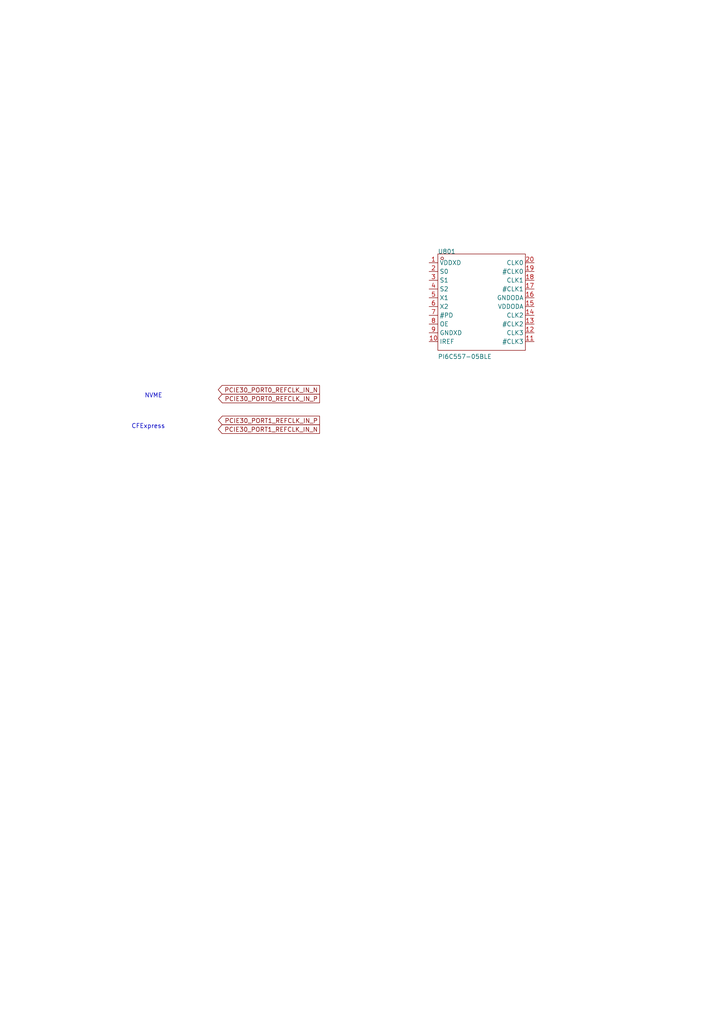
<source format=kicad_sch>
(kicad_sch (version 20250114) (generator "eeschema") (generator_version "9.0")
  (paper "A4" portrait)
  (lib_symbols
    (symbol "mainboard:PI6C557-05BLE"
      (property "Reference" "U" (at 0 0 0))
      (symbol "PI6C557-05BLE_1_0"
        (rectangle (start -12.7 -13.97) (end 12.7 13.97))
        (circle (center -11.43 12.7) (radius 0.381))
        (pin unspecified line (at -15.24 11.43 0) (length 2.54) (name "VDDXD") (number "1"))
        (pin unspecified line (at -15.24 8.89 0) (length 2.54) (name "S0") (number "2"))
        (pin unspecified line (at -15.24 6.35 0) (length 2.54) (name "S1") (number "3"))
        (pin unspecified line (at -15.24 3.81 0) (length 2.54) (name "S2") (number "4"))
        (pin unspecified line (at -15.24 1.27 0) (length 2.54) (name "X1") (number "5"))
        (pin unspecified line (at -15.24 -1.27 0) (length 2.54) (name "X2") (number "6"))
        (pin unspecified line (at -15.24 -3.81 0) (length 2.54) (name "#PD") (number "7"))
        (pin unspecified line (at -15.24 -6.35 0) (length 2.54) (name "OE") (number "8"))
        (pin unspecified line (at -15.24 -8.89 0) (length 2.54) (name "GNDXD") (number "9"))
        (pin unspecified line (at -15.24 -11.43 0) (length 2.54) (name "IREF") (number "10"))
        (pin unspecified line (at 15.24 11.43 180) (length 2.54) (name "CLK0") (number "20"))
        (pin unspecified line (at 15.24 8.89 180) (length 2.54) (name "#CLK0") (number "19"))
        (pin unspecified line (at 15.24 6.35 180) (length 2.54) (name "CLK1") (number "18"))
        (pin unspecified line (at 15.24 3.81 180) (length 2.54) (name "#CLK1") (number "17"))
        (pin unspecified line (at 15.24 1.27 180) (length 2.54) (name "GNDODA") (number "16"))
        (pin unspecified line (at 15.24 -1.27 180) (length 2.54) (name "VDDODA") (number "15"))
        (pin unspecified line (at 15.24 -3.81 180) (length 2.54) (name "CLK2") (number "14"))
        (pin unspecified line (at 15.24 -6.35 180) (length 2.54) (name "#CLK2") (number "13"))
        (pin unspecified line (at 15.24 -8.89 180) (length 2.54) (name "CLK3") (number "12"))
        (pin unspecified line (at 15.24 -11.43 180) (length 2.54) (name "#CLK3") (number "11"))
      )
    )
  )
  (text "CFExpress" (at 38.1 124.46 0) (effects (font (size 1.27 1.27)) (justify left bottom)))
  (text "NVME" (at 41.91 115.57 0) (effects (font (size 1.27 1.27)) (justify left bottom)))
  (global_label "PCIE30_PORT1_REFCLK_IN_N" (shape output) (at 92.71 124.46 180) (property "Intersheetrefs" "${INTERSHEET_REFS}" (effects (hide yes))))
  (global_label "PCIE30_PORT1_REFCLK_IN_P" (shape output) (at 92.71 121.92 180) (property "Intersheetrefs" "${INTERSHEET_REFS}" (effects (hide yes))))
  (global_label "PCIE30_PORT0_REFCLK_IN_N" (shape output) (at 92.71 113.03 180) (property "Intersheetrefs" "${INTERSHEET_REFS}" (effects (hide yes))))
  (global_label "PCIE30_PORT0_REFCLK_IN_P" (shape output) (at 92.71 115.57 180) (property "Intersheetrefs" "${INTERSHEET_REFS}" (effects (hide yes))))
  (symbol (lib_id "mainboard:PI6C557-05BLE") (at 139.7 87.63 0) (unit 1)
    (property "Reference" "U801" (at 127 73.66 0) (effects (justify left bottom)))
    (property "Value" "PI6C557-05BLE" (at 127 104.14 0) (effects (justify left bottom)))
    (property "Footprint" "mainboard:TSSOP-20_L6.5-W4.4-P0.65-LS6.4-BL" (effects (hide yes)))
    (property "Datasheet" "https://atta.szlcsc.com/upload/public/pdf/source/20221028/3F99C1CE76B426068D37A8E77120A7D7.pdf" (effects (hide yes)))
    (property "Description" "Output Frequency (Max):200MHz Supply Voltage:3.135V~3.465V Supply Voltage:3.135V~3.465V Operating Temperatue:-40°C~+85°C Operating Temperatue:-40°C~+85°C" (effects (hide yes)))
    (property "Manufacturer Part" "PI6C557-05BLE" (effects (hide yes)))
    (property "Manufacturer" "DIODES(美台)" (effects (hide yes)))
    (property "Supplier Part" "C212303" (effects (hide yes)))
    (property "Supplier" "LCSC" (effects (hide yes)))
    (property "LCSC Part Name" "PI6C557-05BLE" (effects (hide yes)))
  )
)
</source>
